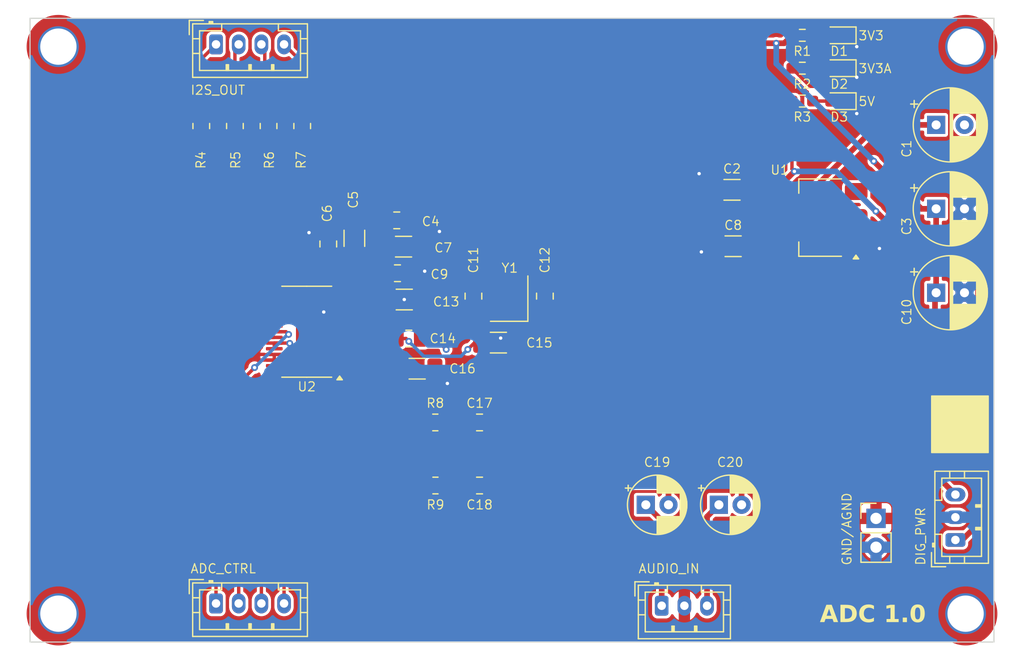
<source format=kicad_pcb>
(kicad_pcb (version 20240108) (generator "pcbnew") (generator_version "8.0")
  (layers (0 "F.Cu" signal) (31 "B.Cu" signal) (34 "B.Paste" user) (35 "F.Paste" user) (36 "B.SilkS" user "B.Silkscreen") (37 "F.SilkS" user "F.Silkscreen") (38 "B.Mask" user) (39 "F.Mask" user) (44 "Edge.Cuts" user))
  (net 0 "")
  (net 1 "GND")
  (net 2 "AGND")
  (net 3 "3V3")
  (net 4 "RIGHT_IN")
  (net 5 "LEFT_IN")
  (net 6 "5V")
  (net 7 "I2S_DATA_OUT")
  (net 8 "I2S_MCLK_OUT")
  (net 9 "I2S_BCLK_OUT")
  (net 10 "SDA")
  (net 11 "SCL")
  (net 12 "3V3A")
  (net 14 "Net-(U2-DOUT)")
  (net 15 "LDO")
  (net 16 "VREF")
  (net 17 "INT")
  (net 18 "Net-(U2-VINL1)")
  (net 19 "Net-(C19-Pad2)")
  (net 20 "I2S_LRCLK_OUT")
  (net 21 "Net-(D1-A)")
  (net 22 "Net-(U2-MOSI{slash}GPIO0{slash}DMIN2)")
  (net 23 "Net-(U2-VINR1)")
  (net 24 "Net-(C20-Pad2)")
  (net 25 "ADC_INT")
  (net 26 "ADC_GPIO1")
  (net 27 "XI")
  (net 28 "XO")
  (net 29 "Net-(U2-LRCLK)")
  (net 30 "Net-(U2-BCLK)")
  (net 31 "GNDA")
  (net 32 "Net-(D2-A)")
  (net 33 "Net-(D3-A)")
  (footprint "Connector_PinHeader_2.54mm:PinHeader_1x02_P2.54mm_Vertical" (layer "F.Cu") (at 161.0364 105.265)
    (property "Reference" "J2" (hide yes))
    (property "Value" "Conn_01x02_Male")
    (pad "1" thru_hole rect (at 0 0) (size 1.7 1.7) (drill 1) (layers "*.Cu" "*.Mask") (net 2 "AGND"))
    (pad "2" thru_hole oval (at 0 2.54) (size 1.7 1.7) (drill 1) (layers "*.Cu" "*.Mask") (net 1 "GND"))
  )
  (footprint "Connector_JST:JST_PH_B3B-PH-K_1x03_P2.00mm_Vertical" (layer "F.Cu") (at 142.1364 112.965)
    (property "Reference" "J5" (hide yes))
    (property "Value" "Conn_01x03_Pin")
    (pad "1" thru_hole roundrect (at 0 0) (size 1.2 1.75) (drill 0.75) (layers "*.Cu" "*.Mask") (roundrect_rratio 0.208333) (net 5 "LEFT_IN"))
    (pad "2" thru_hole oval (at 2 0) (size 1.2 1.75) (drill 0.75) (layers "*.Cu" "*.Mask") (net 2 "AGND"))
    (pad "3" thru_hole oval (at 4 0) (size 1.2 1.75) (drill 0.75) (layers "*.Cu" "*.Mask") (net 4 "RIGHT_IN"))
  )
  (footprint "Capacitor_SMD:C_1206_3216Metric_Pad1.33x1.80mm_HandSolder" (layer "F.Cu") (at 119.3739 81.3025)
    (property "Reference" "C7" (at 3.5 0.1 0) (layer "F.SilkS") (effects (font (size 0.8 0.8) (thickness 0.1))))
    (property "Value" "10u")
    (pad "1" smd roundrect (at -1.5625 0) (size 1.325 1.8) (layers "F.Cu" "F.Paste" "F.Mask") (roundrect_rratio 0.188679) (net 3 "3V3"))
    (pad "2" smd roundrect (at 1.5625 0) (size 1.325 1.8) (layers "F.Cu" "F.Paste" "F.Mask") (roundrect_rratio 0.188679) (net 1 "GND"))
  )
  (footprint "MountingHole:MountingHole_3.2mm_M3_DIN965_Pad_TopOnly" (layer "F.Cu") (at 168.9364 113.665)
    (property "Reference" "H4" (hide yes))
    (property "Value" "MountingHole")
    (pad "1" thru_hole circle (at 0 0) (size 3.6 3.6) (drill 3.2) (layers "*.Cu" "*.Mask"))
    (pad "1" connect circle (at 0 0) (size 5.6 5.6) (layers "F.Cu" "F.Mask"))
  )
  (footprint "Resistor_SMD:R_0603_1608Metric_Pad0.98x0.95mm_HandSolder" (layer "F.Cu") (at 154.5364 65.565 180)
    (property "Reference" "R2" (at 0 -1.4 0) (layer "F.SilkS") (effects (font (size 0.8 0.8) (thickness 0.1))))
    (property "Value" "650R")
    (pad "1" smd roundrect (at -0.9125 0 180) (size 0.975 0.95) (layers "F.Cu" "F.Paste" "F.Mask") (net 32 "Net-(D2-A)"))
    (pad "2" smd roundrect (at 0.9125 0 180) (size 0.975 0.95) (layers "F.Cu" "F.Paste" "F.Mask") (net 12 "3V3A"))
  )
  (footprint "Package_TO_SOT_SMD:SOT-223-3_TabPin2" (layer "F.Cu") (at 156.1364 78.74 180)
    (property "Reference" "U1" (at 3.6 4.2 0) (layer "F.SilkS") (effects (font (size 0.8 0.8) (thickness 0.1))))
    (property "Value" "ZLDO1117QG33TA")
    (pad "1" smd roundrect (at -3.15 -2.3 180) (size 2 1.5) (layers "F.Cu" "F.Paste" "F.Mask") (net 1 "GND"))
    (pad "2" smd roundrect (at -3.15 0 180) (size 2 1.5) (layers "F.Cu" "F.Paste" "F.Mask") (net 12 "3V3A"))
    (pad "2" smd roundrect (at 3.15 0 180) (size 2 3.8) (layers "F.Cu" "F.Paste" "F.Mask") (net 12 "3V3A"))
    (pad "3" smd roundrect (at -3.15 2.3 180) (size 2 1.5) (layers "F.Cu" "F.Paste" "F.Mask") (net 6 "5V"))
  )
  (footprint "Capacitor_THT:CP_Radial_D5.0mm_P2.00mm" (layer "F.Cu") (at 147.181288 104.065)
    (property "Reference" "C20" (at 1 -3.75 0) (layer "F.SilkS") (effects (font (size 0.8 0.8) (thickness 0.1))))
    (property "Value" "10u NICHICON 25V")
    (pad "1" thru_hole rect (at 0 0) (size 1.6 1.6) (drill 0.8) (layers "*.Cu" "*.Mask") (net 4 "RIGHT_IN"))
    (pad "2" thru_hole circle (at 2 0) (size 1.6 1.6) (drill 0.8) (layers "*.Cu" "*.Mask") (net 24 "Net-(C20-Pad2)"))
  )
  (footprint "Resistor_SMD:R_0603_1608Metric_Pad0.98x0.95mm_HandSolder" (layer "F.Cu") (at 154.5364 62.665 180)
    (property "Reference" "R1" (at 0 -1.4 0) (layer "F.SilkS") (effects (font (size 0.8 0.8) (thickness 0.1))))
    (property "Value" "150R")
    (pad "1" smd roundrect (at -0.9125 0 180) (size 0.975 0.95) (layers "F.Cu" "F.Paste" "F.Mask") (net 21 "Net-(D1-A)"))
    (pad "2" smd roundrect (at 0.9125 0 180) (size 0.975 0.95) (layers "F.Cu" "F.Paste" "F.Mask") (net 3 "3V3"))
  )
  (footprint "Capacitor_SMD:C_0805_2012Metric_Pad1.18x1.45mm_HandSolder" (layer "F.Cu") (at 126.0739 96.8025)
    (property "Reference" "C17" (at 0 -1.7 0) (layer "F.SilkS") (effects (font (size 0.8 0.8) (thickness 0.1))))
    (property "Value" "10n C0G")
    (pad "1" smd roundrect (at -1.0375 0) (size 1.175 1.45) (layers "F.Cu" "F.Paste" "F.Mask") (roundrect_rratio 0.212766) (net 23 "Net-(U2-VINR1)"))
    (pad "2" smd roundrect (at 1.0375 0) (size 1.175 1.45) (layers "F.Cu" "F.Paste" "F.Mask") (roundrect_rratio 0.212766) (net 2 "AGND"))
  )
  (footprint "Capacitor_SMD:C_1206_3216Metric_Pad1.33x1.80mm_HandSolder" (layer "F.Cu") (at 115.0364 80.565 90)
    (property "Reference" "C5" (at 3.4 -0.1 90) (layer "F.SilkS") (effects (font (size 0.8 0.8) (thickness 0.1))))
    (property "Value" "10u")
    (pad "1" smd roundrect (at -1.5625 0 90) (size 1.325 1.8) (layers "F.Cu" "F.Paste" "F.Mask") (roundrect_rratio 0.188679) (net 3 "3V3"))
    (pad "2" smd roundrect (at 1.5625 0 90) (size 1.325 1.8) (layers "F.Cu" "F.Paste" "F.Mask") (roundrect_rratio 0.188679) (net 1 "GND"))
  )
  (footprint "Capacitor_SMD:C_1206_3216Metric_Pad1.33x1.80mm_HandSolder" (layer "F.Cu") (at 127.7364 89.765)
    (property "Reference" "C15" (at 3.613006 0.021266 0) (layer "F.SilkS") (effects (font (size 0.8 0.8) (thickness 0.1))))
    (property "Value" "10u")
    (pad "1" smd roundrect (at -1.5625 0) (size 1.325 1.8) (layers "F.Cu" "F.Paste" "F.Mask") (roundrect_rratio 0.188679) (net 12 "3V3A"))
    (pad "2" smd roundrect (at 1.5625 0) (size 1.325 1.8) (layers "F.Cu" "F.Paste" "F.Mask") (roundrect_rratio 0.188679) (net 1 "GND"))
  )
  (footprint "Resistor_SMD:R_0805_2012Metric_Pad1.20x1.40mm_HandSolder" (layer "F.Cu") (at 104.503066 70.665 90)
    (property "Reference" "R5" (at -3 0.066668 90) (layer "F.SilkS") (effects (font (size 0.8 0.8) (thickness 0.1))))
    (property "Value" "22R")
    (pad "1" smd roundrect (at -1 0 90) (size 1.2 1.4) (layers "F.Cu" "F.Paste" "F.Mask") (roundrect_rratio 0.208333) (net 30 "Net-(U2-BCLK)"))
    (pad "2" smd roundrect (at 1 0 90) (size 1.2 1.4) (layers "F.Cu" "F.Paste" "F.Mask") (roundrect_rratio 0.208333) (net 9 "I2S_BCLK_OUT"))
  )
  (footprint "Capacitor_SMD:C_0805_2012Metric_Pad1.18x1.45mm_HandSolder" (layer "F.Cu") (at 131.8364 85.665 90)
    (property "Reference" "C12" (at 3.18 0 90) (layer "F.SilkS") (effects (font (size 0.8 0.8) (thickness 0.1))))
    (property "Value" "12n C0G")
    (pad "1" smd roundrect (at -1.0375 0 90) (size 1.175 1.45) (layers "F.Cu" "F.Paste" "F.Mask") (roundrect_rratio 0.212766) (net 28 "XO"))
    (pad "2" smd roundrect (at 1.0375 0 90) (size 1.175 1.45) (layers "F.Cu" "F.Paste" "F.Mask") (roundrect_rratio 0.212766) (net 2 "AGND"))
  )
  (footprint "Connector_JST:JST_PH_B3B-PH-K_1x03_P2.00mm_Vertical" (layer "F.Cu") (at 168.0364 107.165 90)
    (property "Reference" "J3" (hide yes))
    (property "Value" "Conn_01x03_Pin")
    (pad "1" thru_hole roundrect (at 0 0 90) (size 1.2 1.75) (drill 0.75) (layers "*.Cu" "*.Mask") (roundrect_rratio 0.208333) (net 3 "3V3"))
    (pad "2" thru_hole oval (at 2 0 90) (size 1.2 1.75) (drill 0.75) (layers "*.Cu" "*.Mask") (net 1 "GND"))
    (pad "3" thru_hole oval (at 4 0 90) (size 1.2 1.75) (drill 0.75) (layers "*.Cu" "*.Mask") (net 6 "5V"))
  )
  (footprint "Capacitor_SMD:C_0805_2012Metric_Pad1.18x1.45mm_HandSolder" (layer "F.Cu") (at 125.5364 85.665 90)
    (property "Reference" "C11" (at 3.18 0 90) (layer "F.SilkS") (effects (font (size 0.8 0.8) (thickness 0.1))))
    (property "Value" "12n C0G")
    (pad "1" smd roundrect (at -1.0375 0 90) (size 1.175 1.45) (layers "F.Cu" "F.Paste" "F.Mask") (roundrect_rratio 0.212766) (net 27 "XI"))
    (pad "2" smd roundrect (at 1.0375 0 90) (size 1.175 1.45) (layers "F.Cu" "F.Paste" "F.Mask") (roundrect_rratio 0.212766) (net 2 "AGND"))
  )
  (footprint "Capacitor_THT:CP_Radial_D6.3mm_P2.50mm" (layer "F.Cu") (at 166.3364 77.965)
    (property "Reference" "C3" (at -2.59525 1.55 90) (layer "F.SilkS") (effects (font (size 0.8 0.8) (thickness 0.1))))
    (property "Value" "470u")
    (pad "1" thru_hole rect (at 0 0) (size 1.6 1.6) (drill 0.8) (layers "*.Cu" "*.Mask") (net 3 "3V3"))
    (pad "2" thru_hole circle (at 2.5 0) (size 1.6 1.6) (drill 0.8) (layers "*.Cu" "*.Mask") (net 1 "GND"))
  )
  (footprint "MountingHole:MountingHole_3.2mm_M3_DIN965_Pad_TopOnly" (layer "F.Cu") (at 88.9364 63.665)
    (property "Reference" "H1" (hide yes))
    (property "Value" "MountingHole")
    (pad "1" thru_hole circle (at 0 0) (size 3.6 3.6) (drill 3.2) (layers "*.Cu" "*.Mask"))
    (pad "1" connect circle (at 0 0) (size 5.6 5.6) (layers "F.Cu" "F.Mask"))
  )
  (footprint "Connector_JST:JST_PH_B4B-PH-K_1x04_P2.00mm_Vertical" (layer "F.Cu") (at 102.8364 63.465)
    (property "Reference" "J1" (hide yes))
    (property "Value" "Conn_01x04_Pin")
    (pad "1" thru_hole roundrect (at 0 0) (size 1.2 1.75) (drill 0.75) (layers "*.Cu" "*.Mask") (roundrect_rratio 0.208333) (net 8 "I2S_MCLK_OUT"))
    (pad "2" thru_hole oval (at 2 0) (size 1.2 1.75) (drill 0.75) (layers "*.Cu" "*.Mask") (net 9 "I2S_BCLK_OUT"))
    (pad "3" thru_hole oval (at 4 0) (size 1.2 1.75) (drill 0.75) (layers "*.Cu" "*.Mask") (net 20 "I2S_LRCLK_OUT"))
    (pad "4" thru_hole oval (at 6 0) (size 1.2 1.75) (drill 0.75) (layers "*.Cu" "*.Mask") (net 7 "I2S_DATA_OUT"))
  )
  (footprint "Resistor_SMD:R_0805_2012Metric_Pad1.20x1.40mm_HandSolder" (layer "F.Cu") (at 101.5364 70.665 90)
    (property "Reference" "R4" (at -3 -0.033332 90) (layer "F.SilkS") (effects (font (size 0.8 0.8) (thickness 0.1))))
    (property "Value" "22R")
    (pad "1" smd roundrect (at -1 0 90) (size 1.2 1.4) (layers "F.Cu" "F.Paste" "F.Mask") (roundrect_rratio 0.208333) (net 22 "Net-(U2-MOSI{slash}GPIO0{slash}DMIN2)"))
    (pad "2" smd roundrect (at 1 0 90) (size 1.2 1.4) (layers "F.Cu" "F.Paste" "F.Mask") (roundrect_rratio 0.208333) (net 8 "I2S_MCLK_OUT"))
  )
  (footprint "Capacitor_SMD:C_0805_2012Metric_Pad1.18x1.45mm_HandSolder" (layer "F.Cu") (at 112.7364 81.065 90)
    (property "Reference" "C6" (at 2.7 -0.1 90) (layer "F.SilkS") (effects (font (size 0.8 0.8) (thickness 0.1))))
    (property "Value" "0.1u")
    (pad "1" smd roundrect (at -1.0375 0 90) (size 1.175 1.45) (layers "F.Cu" "F.Paste" "F.Mask") (roundrect_rratio 0.212766) (net 3 "3V3"))
    (pad "2" smd roundrect (at 1.0375 0 90) (size 1.175 1.45) (layers "F.Cu" "F.Paste" "F.Mask") (roundrect_rratio 0.212766) (net 1 "GND"))
  )
  (footprint "Resistor_SMD:R_0805_2012Metric_Pad1.20x1.40mm_HandSolder" (layer "F.Cu") (at 122.1864 102.365)
    (property "Reference" "R9" (at 0 1.7 0) (layer "F.SilkS") (effects (font (size 0.8 0.8) (thickness 0.1))))
    (property "Value" "100R")
    (pad "1" smd roundrect (at -1 0) (size 1.2 1.4) (layers "F.Cu" "F.Paste" "F.Mask") (roundrect_rratio 0.208333) (net 19 "Net-(C19-Pad2)"))
    (pad "2" smd roundrect (at 1 0) (size 1.2 1.4) (layers "F.Cu" "F.Paste" "F.Mask") (roundrect_rratio 0.208333) (net 18 "Net-(U2-VINL1)"))
  )
  (footprint "Capacitor_SMD:C_1206_3216Metric_Pad1.33x1.80mm_HandSolder" (layer "F.Cu") (at 119.4364 85.965)
    (property "Reference" "C13" (at 3.7 0.2 0) (layer "F.SilkS") (effects (font (size 0.8 0.8) (thickness 0.1))))
    (property "Value" "10u")
    (pad "1" smd roundrect (at -1.5625 0) (size 1.325 1.8) (layers "F.Cu" "F.Paste" "F.Mask") (roundrect_rratio 0.188679) (net 15 "LDO"))
    (pad "2" smd roundrect (at 1.5625 0) (size 1.325 1.8) (layers "F.Cu" "F.Paste" "F.Mask") (roundrect_rratio 0.188679) (net 1 "GND"))
  )
  (footprint "Capacitor_SMD:C_1206_3216Metric_Pad1.33x1.80mm_HandSolder" (layer "F.Cu") (at 148.3364 76.29)
    (property "Reference" "C2" (at 0 -1.85 0) (layer "F.SilkS") (effects (font (size 0.8 0.8) (thickness 0.1))))
    (property "Value" "10u")
    (pad "1" smd roundrect (at -1.5625 0) (size 1.325 1.8) (layers "F.Cu" "F.Paste" "F.Mask") (roundrect_rratio 0.188679) (net 1 "GND"))
    (pad "2" smd roundrect (at 1.5625 0) (size 1.325 1.8) (layers "F.Cu" "F.Paste" "F.Mask") (roundrect_rratio 0.188679) (net 6 "5V"))
  )
  (footprint "Capacitor_SMD:C_1206_3216Metric_Pad1.33x1.80mm_HandSolder" (layer "F.Cu") (at 148.4364 81.265)
    (property "Reference" "C8" (at 0 -1.85 0) (layer "F.SilkS") (effects (font (size 0.8 0.8) (thickness 0.1))))
    (property "Value" "10u")
    (pad "1" smd roundrect (at -1.5625 0) (size 1.325 1.8) (layers "F.Cu" "F.Paste" "F.Mask") (roundrect_rratio 0.188679) (net 1 "GND"))
    (pad "2" smd roundrect (at 1.5625 0) (size 1.325 1.8) (layers "F.Cu" "F.Paste" "F.Mask") (roundrect_rratio 0.188679) (net 12 "3V3A"))
  )
  (footprint "Crystal:Crystal_SMD_3225-4Pin_3.2x2.5mm" (layer "F.Cu") (at 128.6864 85.885 90)
    (property "Reference" "Y1" (at 2.7 0.05 0) (layer "F.SilkS") (effects (font (size 0.8 0.8) (thickness 0.1))))
    (property "Value" "24.576 MHz")
    (pad "1" smd rect (at -1.1 0.85 90) (size 1.4 1.2) (layers "F.Cu" "F.Paste" "F.Mask") (net 28 "XO"))
    (pad "2" smd rect (at 1.1 0.85 90) (size 1.4 1.2) (layers "F.Cu" "F.Paste" "F.Mask") (net 2 "AGND"))
    (pad "3" smd rect (at 1.1 -0.85 90) (size 1.4 1.2) (layers "F.Cu" "F.Paste" "F.Mask") (net 27 "XI"))
    (pad "4" smd rect (at -1.1 -0.85 90) (size 1.4 1.2) (layers "F.Cu" "F.Paste" "F.Mask") (net 2 "AGND"))
  )
  (footprint "LED_SMD:LED_0603_1608Metric" (layer "F.Cu") (at 157.789692 62.665 180)
    (property "Reference" "D1" (at 0 -1.4 0) (layer "F.SilkS") (effects (font (size 0.8 0.8) (thickness 0.1))))
    (property "Value" "BLUE")
    (pad "1" smd roundrect (at -0.7875 0 180) (size 0.875 0.95) (layers "F.Cu" "F.Paste" "F.Mask") (net 1 "GND"))
    (pad "2" smd roundrect (at 0.7875 0 180) (size 0.875 0.95) (layers "F.Cu" "F.Paste" "F.Mask") (net 21 "Net-(D1-A)"))
  )
  (footprint "Resistor_SMD:R_0805_2012Metric_Pad1.20x1.40mm_HandSolder" (layer "F.Cu") (at 107.469732 70.665 90)
    (property "Reference" "R6" (at -3 0.066668 90) (layer "F.SilkS") (effects (font (size 0.8 0.8) (thickness 0.1))))
    (property "Value" "22R")
    (pad "1" smd roundrect (at -1 0 90) (size 1.2 1.4) (layers "F.Cu" "F.Paste" "F.Mask") (roundrect_rratio 0.208333) (net 29 "Net-(U2-LRCLK)"))
    (pad "2" smd roundrect (at 1 0 90) (size 1.2 1.4) (layers "F.Cu" "F.Paste" "F.Mask") (roundrect_rratio 0.208333) (net 20 "I2S_LRCLK_OUT"))
  )
  (footprint "Capacitor_SMD:C_1206_3216Metric_Pad1.33x1.80mm_HandSolder" (layer "F.Cu") (at 120.5739 92.065)
    (property "Reference" "C16" (at 4 0 0) (layer "F.SilkS") (effects (font (size 0.8 0.8) (thickness 0.1))))
    (property "Value" "1u")
    (pad "1" smd roundrect (at -1.5625 0) (size 1.325 1.8) (layers "F.Cu" "F.Paste" "F.Mask") (roundrect_rratio 0.188679) (net 16 "VREF"))
    (pad "2" smd roundrect (at 1.5625 0) (size 1.325 1.8) (layers "F.Cu" "F.Paste" "F.Mask") (roundrect_rratio 0.188679) (net 1 "GND"))
  )
  (footprint "Capacitor_THT:CP_Radial_D6.3mm_P2.50mm" (layer "F.Cu") (at 166.3364 70.565)
    (property "Reference" "C1" (at -2.59525 2.1 90) (layer "F.SilkS") (effects (font (size 0.8 0.8) (thickness 0.1))))
    (property "Value" "470u")
    (pad "1" thru_hole rect (at 0 0) (size 1.6 1.6) (drill 0.8) (layers "*.Cu" "*.Mask") (net 12 "3V3A"))
    (pad "2" thru_hole circle (at 2.5 0) (size 1.6 1.6) (drill 0.8) (layers "*.Cu" "*.Mask") (net 31 "GNDA"))
  )
  (footprint "LED_SMD:LED_0603_1608Metric" (layer "F.Cu") (at 157.789692 65.565 180)
    (property "Reference" "D2" (at 0 -1.4 0) (layer "F.SilkS") (effects (font (size 0.8 0.8) (thickness 0.1))))
    (property "Value" "YELLOW")
    (pad "1" smd roundrect (at -0.7875 0 180) (size 0.875 0.95) (layers "F.Cu" "F.Paste" "F.Mask") (net 1 "GND"))
    (pad "2" smd roundrect (at 0.7875 0 180) (size 0.875 0.95) (layers "F.Cu" "F.Paste" "F.Mask") (net 32 "Net-(D2-A)"))
  )
  (footprint "LED_SMD:LED_0603_1608Metric" (layer "F.Cu") (at 157.789692 68.475 180)
    (property "Reference" "D3" (at 0 -1.39 0) (layer "F.SilkS") (effects (font (size 0.8 0.8) (thickness 0.1))))
    (property "Value" "BLUE")
    (pad "1" smd roundrect (at -0.7875 0 180) (size 0.875 0.95) (layers "F.Cu" "F.Paste" "F.Mask") (net 1 "GND"))
    (pad "2" smd roundrect (at 0.7875 0 180) (size 0.875 0.95) (layers "F.Cu" "F.Paste" "F.Mask") (net 33 "Net-(D3-A)"))
  )
  (footprint "Resistor_SMD:R_0603_1608Metric_Pad0.98x0.95mm_HandSolder" (layer "F.Cu") (at 154.5364 68.465 180)
    (property "Reference" "R3" (at 0 -1.4 0) (layer "F.SilkS") (effects (font (size 0.8 0.8) (thickness 0.1))))
    (property "Value" "1.3K")
    (pad "1" smd roundrect (at -0.9125 0 180) (size 0.975 0.95) (layers "F.Cu" "F.Paste" "F.Mask") (net 33 "Net-(D3-A)"))
    (pad "2" smd roundrect (at 0.9125 0 180) (size 0.975 0.95) (layers "F.Cu" "F.Paste" "F.Mask") (net 6 "5V"))
  )
  (footprint "Resistor_SMD:R_0805_2012Metric_Pad1.20x1.40mm_HandSolder" (layer "F.Cu") (at 122.1739 96.8025)
    (property "Reference" "R8" (at 0 -1.7 0) (layer "F.SilkS") (effects (font (size 0.8 0.8) (thickness 0.1))))
    (property "Value" "100R")
    (pad "1" smd roundrect (at -1 0) (size 1.2 1.4) (layers "F.Cu" "F.Paste" "F.Mask") (roundrect_rratio 0.208333) (net 24 "Net-(C20-Pad2)"))
    (pad "2" smd roundrect (at 1 0) (size 1.2 1.4) (layers "F.Cu" "F.Paste" "F.Mask") (roundrect_rratio 0.208333) (net 23 "Net-(U2-VINR1)"))
  )
  (footprint "Capacitor_SMD:C_0805_2012Metric_Pad1.18x1.45mm_HandSolder" (layer "F.Cu") (at 118.8364 83.645)
    (property "Reference" "C9" (at 3.7 0.1 0) (layer "F.SilkS") (effects (font (size 0.8 0.8) (thickness 0.1))))
    (property "Value" "0.1u")
    (pad "1" smd roundrect (at -1.0375 0) (size 1.175 1.45) (layers "F.Cu" "F.Paste" "F.Mask") (roundrect_rratio 0.212766) (net 15 "LDO"))
    (pad "2" smd roundrect (at 1.0375 0) (size 1.175 1.45) (layers "F.Cu" "F.Paste" "F.Mask") (roundrect_rratio 0.212766) (net 1 "GND"))
  )
  (footprint "MountingHole:MountingHole_3.2mm_M3_DIN965_Pad_TopOnly" (layer "F.Cu") (at 88.9364 113.665)
    (property "Reference" "H3" (hide yes))
    (property "Value" "MountingHole")
    (pad "1" thru_hole circle (at 0 0) (size 3.6 3.6) (drill 3.2) (layers "*.Cu" "*.Mask"))
    (pad "1" connect circle (at 0 0) (size 5.6 5.6) (layers "F.Cu" "F.Mask"))
  )
  (footprint "Capacitor_SMD:C_0805_2012Metric_Pad1.18x1.45mm_HandSolder" (layer "F.Cu") (at 126.0739 102.365 180)
    (property "Reference" "C18" (at 0 -1.7 0) (layer "F.SilkS") (effects (font (size 0.8 0.8) (thickness 0.1))))
    (property "Value" "10n C0G")
    (pad "1" smd roundrect (at -1.0375 0 180) (size 1.175 1.45) (layers "F.Cu" "F.Paste" "F.Mask") (roundrect_rratio 0.212766) (net 2 "AGND"))
    (pad "2" smd roundrect (at 1.0375 0 180) (size 1.175 1.45) (layers "F.Cu" "F.Paste" "F.Mask") (roundrect_rratio 0.212766) (net 18 "Net-(U2-VINL1)"))
  )
  (footprint "MountingHole:MountingHole_3.2mm_M3_DIN965_Pad_TopOnly" (layer "F.Cu") (at 168.9364 63.665)
    (property "Reference" "H2" (hide yes))
    (property "Value" "MountingHole")
    (pad "1" thru_hole circle (at 0 0) (size 3.6 3.6) (drill 3.2) (layers "*.Cu" "*.Mask"))
    (pad "1" connect circle (at 0 0) (size 5.6 5.6) (layers "F.Cu" "F.Mask"))
  )
  (footprint "Connector_JST:JST_PH_B4B-PH-K_1x04_P2.00mm_Vertical" (layer "F.Cu") (at 102.8364 112.765)
    (property "Reference" "J4" (hide yes))
    (property "Value" "Conn_01x04_Pin")
    (pad "1" thru_hole roundrect (at 0 0) (size 1.2 1.75) (drill 0.75) (layers "*.Cu" "*.Mask") (roundrect_rratio 0.208333) (net 11 "SCL"))
    (pad "2" thru_hole oval (at 2 0) (size 1.2 1.75) (drill 0.75) (layers "*.Cu" "*.Mask") (net 10 "SDA"))
    (pad "3" thru_hole oval (at 4 0) (size 1.2 1.75) (drill 0.75) (layers "*.Cu" "*.Mask") (net 26 "ADC_GPIO1"))
    (pad "4" thru_hole oval (at 6 0) (size 1.2 1.75) (drill 0.75) (layers "*.Cu" "*.Mask") (net 25 "ADC_INT"))
  )
  (footprint "Package_SO:TSSOP-30_4.4x7.8mm_P0.5mm" (layer "F.Cu") (at 110.8364 88.8025 180)
    (property "Reference" "U2" (at 0 -4.85 0) (layer "F.SilkS") (effects (font (size 0.8 0.8) (thickness 0.1))))
    (property "Value" "PCM1863")
    (pad "1" smd roundrect (at -2.8625 -3.5 180) (size 1.475 0.3) (layers "F.Cu" "F.Paste" "F.Mask") (net 2 "AGND"))
    (pad "2" smd roundrect (at -2.8625 -3 180) (size 1.475 0.3) (layers "F.Cu" "F.Paste" "F.Mask") (net 2 "AGND"))
    (pad "3" smd roundrect (at -2.8625 -2.5 180) (size 1.475 0.3) (layers "F.Cu" "F.Paste" "F.Mask") (net 18 "Net-(U2-VINL1)"))
    (pad "4" smd roundrect (at -2.8625 -2 180) (size 1.475 0.3) (layers "F.Cu" "F.Paste" "F.Mask") (net 23 "Net-(U2-VINR1)"))
    (pad "5" smd roundrect (at -2.8625 -1.5 180) (size 1.475 0.3) (layers "F.Cu" "F.Paste" "F.Mask"))
    (pad "6" smd roundrect (at -2.8625 -1 180) (size 1.475 0.3) (layers "F.Cu" "F.Paste" "F.Mask") (net 16 "VREF"))
    (pad "7" smd roundrect (at -2.8625 -0.5 180) (size 1.475 0.3) (layers "F.Cu" "F.Paste" "F.Mask") (net 2 "AGND"))
    (pad "8" smd roundrect (at -2.8625 0 180) (size 1.475 0.3) (layers "F.Cu" "F.Paste" "F.Mask") (net 12 "3V3A"))
    (pad "9" smd roundrect (at -2.8625 0.5 180) (size 1.475 0.3) (layers "F.Cu" "F.Paste" "F.Mask") (net 28 "XO"))
    (pad "10" smd roundrect (at -2.8625 1 180) (size 1.475 0.3) (layers "F.Cu" "F.Paste" "F.Mask") (net 27 "XI"))
    (pad "11" smd roundrect (at -2.8625 1.5 180) (size 1.475 0.3) (layers "F.Cu" "F.Paste" "F.Mask") (net 15 "LDO"))
    (pad "12" smd roundrect (at -2.8625 2 180) (size 1.475 0.3) (layers "F.Cu" "F.Paste" "F.Mask") (net 1 "GND"))
    (pad "13" smd roundrect (at -2.8625 2.5 180) (size 1.475 0.3) (layers "F.Cu" "F.Paste" "F.Mask") (net 3 "3V3"))
    (pad "14" smd roundrect (at -2.8625 3 180) (size 1.475 0.3) (layers "F.Cu" "F.Paste" "F.Mask") (net 3 "3V3"))
    (pad "15" smd roundrect (at -2.8625 3.5 180) (size 1.475 0.3) (layers "F.Cu" "F.Paste" "F.Mask"))
    (pad "16" smd roundrect (at 2.8625 3.5 180) (size 1.475 0.3) (layers "F.Cu" "F.Paste" "F.Mask") (net 29 "Net-(U2-LRCLK)"))
    (pad "17" smd roundrect (at 2.8625 3 180) (size 1.475 0.3) (layers "F.Cu" "F.Paste" "F.Mask") (net 30 "Net-(U2-BCLK)"))
    (pad "18" smd roundrect (at 2.8625 2.5 180) (size 1.475 0.3) (layers "F.Cu" "F.Paste" "F.Mask") (net 14 "Net-(U2-DOUT)"))
    (pad "19" smd roundrect (at 2.8625 2 180) (size 1.475 0.3) (layers "F.Cu" "F.Paste" "F.Mask") (net 17 "INT"))
    (pad "20" smd roundrect (at 2.8625 1.5 180) (size 1.475 0.3) (layers "F.Cu" "F.Paste" "F.Mask") (net 25 "ADC_INT"))
    (pad "21" smd roundrect (at 2.8625 1 180) (size 1.475 0.3) (layers "F.Cu" "F.Paste" "F.Mask") (net 26 "ADC_GPIO1"))
    (pad "22" smd roundrect (at 2.8625 0.5 180) (size 1.475 0.3) (layers "F.Cu" "F.Paste" "F.Mask") (net 22 "Net-(U2-MOSI{slash}GPIO0{slash}DMIN2)"))
    (pad "23" smd roundrect (at 2.8625 0 180) (size 1.475 0.3) (layers "F.Cu" "F.Paste" "F.Mask") (net 10 "SDA"))
    (pad "24" smd roundrect (at 2.8625 -0.5 180) (size 1.475 0.3) (layers "F.Cu" "F.Paste" "F.Mask") (net 11 "SCL"))
    (pad "25" smd roundrect (at 2.8625 -1 180) (size 1.475 0.3) (layers "F.Cu" "F.Paste" "F.Mask") (net 1 "GND"))
    (pad "26" smd roundrect (at 2.8625 -1.5 180) (size 1.475 0.3) (layers "F.Cu" "F.Paste" "F.Mask") (net 1 "GND"))
    (pad "27" smd roundrect (at 2.8625 -2 180) (size 1.475 0.3) (layers "F.Cu" "F.Paste" "F.Mask") (net 2 "AGND"))
    (pad "28" smd roundrect (at 2.8625 -2.5 180) (size 1.475 0.3) (layers "F.Cu" "F.Paste" "F.Mask") (net 2 "AGND"))
    (pad "29" smd roundrect (at 2.8625 -3 180) (size 1.475 0.3) (layers "F.Cu" "F.Paste" "F.Mask") (net 2 "AGND"))
    (pad "30" smd roundrect (at 2.8625 -3.5 180) (size 1.475 0.3) (layers "F.Cu" "F.Paste" "F.Mask") (net 2 "AGND"))
  )
  (footprint "Resistor_SMD:R_0805_2012Metric_Pad1.20x1.40mm_HandSolder" (layer "F.Cu") (at 110.4364 70.665 90)
    (property "Reference" "R7" (at -3 -0.099999 90) (layer "F.SilkS") (effects (font (size 0.8 0.8) (thickness 0.1))))
    (property "Value" "22R")
    (pad "1" smd roundrect (at -1 0 90) (size 1.2 1.4) (layers "F.Cu" "F.Paste" "F.Mask") (roundrect_rratio 0.208333) (net 14 "Net-(U2-DOUT)"))
    (pad "2" smd roundrect (at 1 0 90) (size 1.2 1.4) (layers "F.Cu" "F.Paste" "F.Mask") (roundrect_rratio 0.208333) (net 7 "I2S_DATA_OUT"))
  )
  (footprint "Capacitor_THT:CP_Radial_D5.0mm_P2.00mm" (layer "F.Cu") (at 140.7364 104.065)
    (property "Reference" "C19" (at 1 -3.75 0) (layer "F.SilkS") (effects (font (size 0.8 0.8) (thickness 0.1))))
    (property "Value" "10u NICHICON 25V")
    (pad "1" thru_hole rect (at 0 0) (size 1.6 1.6) (drill 0.8) (layers "*.Cu" "*.Mask") (net 5 "LEFT_IN"))
    (pad "2" thru_hole circle (at 2 0) (size 1.6 1.6) (drill 0.8) (layers "*.Cu" "*.Mask") (net 19 "Net-(C19-Pad2)"))
  )
  (footprint "Capacitor_SMD:C_0805_2012Metric_Pad1.18x1.45mm_HandSolder" (layer "F.Cu") (at 119.8364 89.4025)
    (property "Reference" "C14" (at 3 0 0) (layer "F.SilkS") (effects (font (size 0.8 0.8) (thickness 0.1))))
    (property "Value" "0.1u")
    (pad "1" smd roundrect (at -1.0375 0) (size 1.175 1.45) (layers "F.Cu" "F.Paste" "F.Mask") (roundrect_rratio 0.212766) (net 12 "3V3A"))
    (pad "2" smd roundrect (at 1.0375 0) (size 1.175 1.45) (layers "F.Cu" "F.Paste" "F.Mask") (roundrect_rratio 0.212766) (net 1 "GND"))
  )
  (footprint "Capacitor_SMD:C_0805_2012Metric_Pad1.18x1.45mm_HandSolder" (layer "F.Cu") (at 118.7739 78.9825)
    (property "Reference" "C4" (at 3 0.1 0) (layer "F.SilkS") (effects (font (size 0.8 0.8) (thickness 0.1))))
    (property "Value" "0.1u")
    (pad "1" smd roundrect (at -1.0375 0) (size 1.175 1.45) (layers "F.Cu" "F.Paste" "F.Mask") (roundrect_rratio 0.212766) (net 3 "3V3"))
    (pad "2" smd roundrect (at 1.0375 0) (size 1.175 1.45) (layers "F.Cu" "F.Paste" "F.Mask") (roundrect_rratio 0.212766) (net 1 "GND"))
  )
  (footprint "Capacitor_THT:CP_Radial_D6.3mm_P2.50mm" (layer "F.Cu") (at 166.3364 85.365)
    (property "Reference" "C10" (at -2.59525 1.7 90) (layer "F.SilkS") (effects (font (size 0.8 0.8) (thickness 0.1))))
    (property "Value" "470u")
    (pad "1" thru_hole rect (at 0 0) (size 1.6 1.6) (drill 0.8) (layers "*.Cu" "*.Mask") (net 6 "5V"))
    (pad "2" thru_hole circle (at 2.5 0) (size 1.6 1.6) (drill 0.8) (layers "*.Cu" "*.Mask") (net 1 "GND"))
  )
  (gr_rect (start 165.9364 94.465) (end 170.9364 99.465) (stroke (width 0.1)) (fill solid) (layer "F.SilkS"))
  (gr_line (start 171.4364 61.165) (end 171.4364 116.165) (stroke (width 0.1)) (layer "Edge.Cuts"))
  (gr_line (start 86.4364 61.165) (end 86.4364 116.165) (stroke (width 0.1)) (layer "Edge.Cuts"))
  (gr_line (start 171.4364 116.165) (end 86.4364 116.165) (stroke (width 0.1)) (layer "Edge.Cuts"))
  (gr_line (start 86.4364 61.165) (end 171.4364 61.165) (stroke (width 0.1)) (layer "Edge.Cuts"))
  (gr_text "AUDIO_IN\n" (at 140.0364 110.165 0) (layer "F.SilkS") (effects (font (size 0.8 0.8) (thickness 0.1)) (justify left bottom)))
  (gr_text "I2S_OUT" (at 100.5364 67.965 0) (layer "F.SilkS") (effects (font (size 0.8 0.8) (thickness 0.1)) (justify left bottom)))
  (gr_text "GND/AGND" (at 158.9364 109.465 90) (layer "F.SilkS") (effects (font (size 0.8 0.8) (thickness 0.1)) (justify left bottom)))
  (gr_text "3V3A\n" (at 159.4364 66.065 0) (layer "F.SilkS") (effects (font (size 0.8 0.8) (thickness 0.1)) (justify left bottom)))
  (gr_text "DIG_PWR" (at 165.4364 109.465 90) (layer "F.SilkS") (effects (font (size 0.8 0.8) (thickness 0.1)) (justify left bottom)))
  (gr_text "5V" (at 159.4364 68.965 0) (layer "F.SilkS") (effects (font (size 0.8 0.8) (thickness 0.1)) (justify left bottom)))
  (gr_text "ADC 1.0" (at 165.4364 114.665 0) (layer "F.SilkS") (effects (font (size 1.5 1.5) (thickness 0.1) (bold yes)) (justify right bottom)))
  (gr_text "ADC_CTRL" (at 100.5364 110.165 0) (layer "F.SilkS") (effects (font (size 0.8 0.8) (thickness 0.1)) (justify left bottom)))
  (gr_text "3V3" (at 159.4364 63.165 0) (layer "F.SilkS") (effects (font (size 0.8 0.8) (thickness 0.1)) (justify left bottom)))
  (segment (start 109.311417 89.8025) (end 109.3364 89.827483) (width 0.3) (layer "F.Cu") (net 1))
  (segment (start 120.4989 84.2025) (end 121.2364 83.465) (width 0.3) (layer "F.Cu") (net 1))
  (segment (start 120.4789 85.965) (end 119.4364 85.965) (width 0.3) (layer "F.Cu") (net 1))
  (segment (start 129.2989 89.765) (end 128.3364 89.765) (width 0.3) (layer "F.Cu") (net 1))
  (segment (start 160.9364 81.065) (end 161.3364 81.465) (width 0.3) (layer "F.Cu") (net 1))
  (segment (start 113.7614 79.0025) (end 112.7364 80.0275) (width 0.3) (layer "F.Cu") (net 1))
  (segment (start 121.1989 81.3025) (end 122.5364 79.965) (width 0.3) (layer "F.Cu") (net 1))
  (segment (start 146.7739 76.2025) (end 145.4364 74.865) (width 0.3) (layer "F.Cu") (net 1))
  (segment (start 107.9739 90.3025) (end 107.9739 89.8025) (width 0.3) (layer "F.Cu") (net 1))
  (segment (start 119.8114 80.1775) (end 120.9364 81.3025) (width 0.3) (layer "F.Cu") (net 1))
  (segment (start 112.7364 80.0275) (end 111.0739 80.0275) (width 0.3) (layer "F.Cu") (net 1))
  (segment (start 146.1364 81.265) (end 145.6364 81.765) (width 0.3) (layer "F.Cu") (net 1))
  (segment (start 112.5989 86.8025) (end 112.3364 87.065) (width 0.3) (layer "F.Cu") (net 1))
  (segment (start 158.577192 68.805792) (end 159.3364 69.565) (width 0.3) (layer "F.Cu") (net 1))
  (segment (start 115.0364 79.0025) (end 113.7614 79.0025) (width 0.3) (layer "F.Cu") (net 1))
  (segment (start 122.6739 89.9025) (end 123.1364 90.365) (width 0.3) (layer "F.Cu") (net 1))
  (segment (start 107.9739 89.8025) (end 109.311417 89.8025) (width 0.3) (layer "F.Cu") (net 1))
  (segment (start 128.3364 89.765) (end 127.9364 89.365) (width 0.3) (layer "F.Cu") (net 1))
  (segment (start 158.577192 65.605792) (end 159.3364 66.365) (width 0.3) (layer "F.Cu") (net 1))
  (segment (start 119.9114 84.2025) (end 120.4989 84.2025) (width 0.3) (layer "F.Cu") (net 1))
  (segment (start 122.1364 92.265) (end 123.2364 93.365) (width 0.3) (layer "F.Cu") (net 1))
  (segment (start 159.2864 81.065) (end 160.9364 81.065) (width 0.3) (layer "F.Cu") (net 1))
  (segment (start 120.8739 89.9025) (end 122.6739 89.9025) (width 0.3) (layer "F.Cu") (net 1))
  (segment (start 113.6989 86.8025) (end 112.5989 86.8025) (width 0.3) (layer "F.Cu") (net 1))
  (segment (start 146.8739 81.265) (end 146.1364 81.265) (width 0.3) (layer "F.Cu") (net 1))
  (segment (start 158.577192 62.905792) (end 159.3364 63.665) (width 0.3) (layer "F.Cu") (net 1))
  (segment (start 158.577192 68.475) (end 158.577192 68.805792) (width 0.3) (layer "F.Cu") (net 1))
  (segment (start 111.0739 80.0275) (end 111.0364 80.065) (width 0.3) (layer "F.Cu") (net 1))
  (segment (start 119.8114 78.9825) (end 119.8114 80.1775) (width 0.3) (layer "F.Cu") (net 1))
  (via (at 119.4364 85.965) (size 0.6) (drill 0.3) (layers "F.Cu" "B.Cu") (net 1))
  (via (at 159.3364 63.665) (size 0.6) (drill 0.3) (layers "F.Cu" "B.Cu") (net 1))
  (via (at 123.2364 93.365) (size 0.6) (drill 0.3) (layers "F.Cu" "B.Cu") (net 1))
  (via (at 121.2364 83.465) (size 0.6) (drill 0.3) (layers "F.Cu" "B.Cu") (net 1))
  (via (at 109.3364 89.827483) (size 0.6) (drill 0.3) (layers "F.Cu" "B.Cu") (net 1))
  (via (at 122.5364 79.965) (size 0.6) (drill 0.3) (layers "F.Cu" "B.Cu") (net 1))
  (via (at 111.0364 80.065) (size 0.6) (drill 0.3) (layers "F.Cu" "B.Cu") (net 1))
  (via (at 123.1364 90.365) (size 0.6) (drill 0.3) (layers "F.Cu" "B.Cu") (net 1))
  (via (at 159.3364 66.365) (size 0.6) (drill 0.3) (layers "F.Cu" "B.Cu") (net 1))
  (via (at 145.6364 81.765) (size 0.6) (drill 0.3) (layers "F.Cu" "B.Cu") (net 1))
  (via (at 127.9364 89.365) (size 0.6) (drill 0.3) (layers "F.Cu" "B.Cu") (net 1))
  (via (at 159.3364 69.565) (size 0.6) (drill 0.3) (layers "F.Cu" "B.Cu") (net 1))
  (via (at 145.4364 74.865) (size 0.6) (drill 0.3) (layers "F.Cu" "B.Cu") (net 1))
  (via (at 112.3364 87.065) (size 0.6) (drill 0.3) (layers "F.Cu" "B.Cu") (net 1))
  (via (at 161.3364 81.465) (size 0.6) (drill 0.3) (layers "F.Cu" "B.Cu") (net 1))
  (segment (start 129.5364 84.885) (end 127.8364 86.585) (width 0.3) (layer "F.Cu") (net 2))
  (segment (start 117.7364 78.9825) (end 117.7364 81.2275) (width 0.3) (layer "F.Cu") (net 3))
  (segment (start 166.3364 77.965) (end 165.0364 77.965) (width 0.5) (layer "F.Cu") (net 3))
  (segment (start 168.6364 107.165) (end 168.0364 107.165) (width 0.5) (layer "F.Cu") (net 3))
  (segment (start 165.0364 77.965) (end 160.8364 73.765) (width 0.5) (layer "F.Cu") (net 3))
  (segment (start 166.3364 79.565) (end 170.0364 83.265) (width 0.5) (layer "F.Cu") (net 3))
  (segment (start 116.9114 82.2025) (end 117.8114 81.3025) (width 0.3) (layer "F.Cu") (net 3))
  (segment (start 115.0364 85.23491) (end 115.0364 82.1275) (width 0.3) (layer "F.Cu") (net 3))
  (segment (start 152.2364 63.365) (end 133.3539 63.365) (width 0.5) (layer "F.Cu") (net 3))
  (segment (start 114.46881 85.8025) (end 115.0364 85.23491) (width 0.3) (layer "F.Cu") (net 3))
  (segment (start 115.0364 81.6825) (end 117.7364 78.9825) (width 0.3) (layer "F.Cu") (net 3))
  (segment (start 152.9364 63.365) (end 153.1364 63.165) (width 0.5) (layer "F.Cu") (net 3))
  (segment (start 170.0364 83.265) (end 170.0364 105.765) (width 0.5) (layer "F.Cu") (net 3))
  (segment (start 113.6989 85.8025) (end 114.46881 85.8025) (width 0.3) (layer "F.Cu") (net 3))
  (segment (start 166.3364 77.965) (end 166.3364 79.565) (width 0.5) (layer "F.Cu") (net 3))
  (segment (start 114.6989 86.3025) (end 116.9114 84.09) (width 0.3) (layer "F.Cu") (net 3))
  (segment (start 133.3539 63.365) (end 117.7364 78.9825) (width 0.5) (layer "F.Cu") (net 3))
  (segment (start 113.8447 82.1275) (end 115.0364 82.1275) (width 0.3) (layer "F.Cu") (net 3))
  (segment (start 116.9114 84.09) (end 116.9114 82.2025) (width 0.3) (layer "F.Cu") (net 3))
  (segment (start 170.0364 105.765) (end 168.6364 107.165) (width 0.5) (layer "F.Cu") (net 3))
  (segment (start 112.7337 82.1623) (end 113.8099 82.1623) (width 0.3) (layer "F.Cu") (net 3))
  (segment (start 113.6989 86.3025) (end 114.6989 86.3025) (width 0.3) (layer "F.Cu") (net 3))
  (segment (start 113.8099 82.1623) (end 113.8447 82.1275) (width 0.3) (layer "F.Cu") (net 3))
  (segment (start 152.2364 63.365) (end 152.9364 63.365) (width 0.5) (layer "F.Cu") (net 3))
  (via (at 160.8364 73.765) (size 0.6) (drill 0.3) (layers "F.Cu" "B.Cu") (net 3))
  (via (at 152.2364 63.365) (size 0.6) (drill 0.3) (layers "F.Cu" "B.Cu") (net 3))
  (segment (start 160.8364 73.765) (end 152.2364 65.165) (width 0.5) (layer "B.Cu") (net 3))
  (segment (start 152.2364 65.165) (end 152.2364 63.365) (width 0.5) (layer "B.Cu") (net 3))
  (segment (start 146.1364 105.109888) (end 147.181288 104.065) (width 0.5) (layer "F.Cu") (net 4))
  (segment (start 146.1364 112.965) (end 146.1364 105.109888) (width 0.5) (layer "F.Cu") (net 4))
  (segment (start 142.1364 105.465) (end 140.7364 104.065) (width 0.5) (layer "F.Cu") (net 5))
  (segment (start 142.1364 112.965) (end 142.1364 105.465) (width 0.5) (layer "F.Cu") (net 5))
  (segment (start 166.2364 101.365) (end 166.2364 85.465) (width 0.5) (layer "F.Cu") (net 6))
  (segment (start 153.6239 68.465) (end 153.6239 74.4525) (width 0.3) (layer "F.Cu") (net 6))
  (segment (start 153.6239 74.4525) (end 153.8364 74.665) (width 0.3) (layer "F.Cu") (net 6))
  (segment (start 149.8989 76.29) (end 152.2114 76.29) (width 0.5) (layer "F.Cu") (net 6))
  (segment (start 161.0239 78.1775) (end 159.2864 76.44) (width 0.5) (layer "F.Cu") (net 6))
  (segment (start 166.2364 85.465) (end 166.3364 85.365) (width 0.5) (layer "F.Cu") (net 6))
  (segment (start 166.3364 85.365) (end 166.3364 83.49) (width 0.5) (layer "F.Cu") (net 6))
  (segment (start 166.3364 83.49) (end 161.0239 78.1775) (width 0.5) (layer "F.Cu") (net 6))
  (segment (start 168.0364 103.165) (end 166.2364 101.365) (width 0.5) (layer "F.Cu") (net 6))
  (segment (start 152.2114 76.29) (end 153.8364 74.665) (width 0.5) (layer "F.Cu") (net 6))
  (via (at 153.8364 74.665) (size 0.6) (drill 0.3) (layers "F.Cu" "B.Cu") (net 6))
  (via (at 161.0239 78.1775) (size 0.6) (drill 0.3) (layers "F.Cu" "B.Cu") (net 6))
  (segment (start 153.8364 74.665) (end 157.5114 74.665) (width 0.5) (layer "B.Cu") (net 6))
  (segment (start 157.5114 74.665) (end 161.0239 78.1775) (width 0.5) (layer "B.Cu") (net 6))
  (segment (start 110.4364 69.665) (end 110.4364 65.065) (width 0.3) (layer "F.Cu") (net 7))
  (segment (start 110.4364 65.065) (end 108.8364 63.465) (width 0.3) (layer "F.Cu") (net 7))
  (segment (start 101.5364 69.665) (end 101.5364 64.765) (width 0.3) (layer "F.Cu") (net 8))
  (segment (start 101.5364 64.765) (end 102.8364 63.465) (width 0.3) (layer "F.Cu") (net 8))
  (segment (start 104.503066 69.665) (end 104.503066 63.798334) (width 0.3) (layer "F.Cu") (net 9))
  (segment (start 104.8364 93.365) (end 106.2364 91.965) (width 0.3) (layer "F.Cu") (net 10))
  (segment (start 104.8364 112.765) (end 104.8364 93.365) (width 0.3) (layer "F.Cu") (net 10))
  (segment (start 107.9739 88.8025) (end 108.998403 88.8025) (width 0.3) (layer "F.Cu") (net 10))
  (segment (start 108.998403 88.8025) (end 109.2364 89.040497) (width 0.3) (layer "F.Cu") (net 10))
  (via (at 106.2364 91.965) (size 0.6) (drill 0.3) (layers "F.Cu" "B.Cu") (net 10))
  (via (at 109.2364 89.040497) (size 0.6) (drill 0.3) (layers "F.Cu" "B.Cu") (net 10))
  (segment (start 106.2364 91.965) (end 109.160903 89.040497) (width 0.3) (layer "B.Cu") (net 10))
  (segment (start 109.160903 89.040497) (end 109.2364 89.040497) (width 0.3) (layer "B.Cu") (net 10))
  (segment (start 107.9739 89.3025) (end 105.9989 89.3025) (width 0.3) (layer "F.Cu") (net 11))
  (segment (start 102.8364 92.465) (end 102.8364 112.765) (width 0.3) (layer "F.Cu") (net 11))
  (segment (start 105.9989 89.3025) (end 102.8364 92.465) (width 0.3) (layer "F.Cu") (net 11))
  (segment (start 155.2239 67.165) (end 158.481878 67.165) (width 0.3) (layer "F.Cu") (net 12))
  (segment (start 149.9989 81.265) (end 139.2989 91.965) (width 0.5) (layer "F.Cu") (net 12))
  (segment (start 118.6614 89.265) (end 114.93131 89.265) (width 0.3) (layer "F.Cu") (net 12))
  (segment (start 159.2864 78.74) (end 152.9864 78.74) (width 0.5) (layer "F.Cu") (net 12))
  (segment (start 114.46881 88.8025) (end 113.6989 88.8025) (width 0.3) (layer "F.Cu") (net 12))
  (segment (start 153.6239 65.565) (end 155.2239 67.165) (width 0.3) (layer "F.Cu") (net 12))
  (segment (start 126.1739 89.765) (end 125.6364 89.765) (width 0.3) (layer "F.Cu") (net 12))
  (segment (start 119.8364 89.649722) (end 119.589178 89.4025) (width 0.3) (layer "F.Cu") (net 12))
  (segment (start 139.2989 91.965) (end 128.3739 91.965) (width 0.5) (layer "F.Cu") (net 12))
  (segment (start 161.1614 70.565) (end 152.9864 78.74) (width 0.5) (layer "F.Cu") (net 12))
  (segment (start 125.6364 89.765) (end 125.0364 90.365) (width 0.3) (layer "F.Cu") (net 12))
  (segment (start 158.481878 67.165) (end 161.1614 69.844522) (width 0.3) (layer "F.Cu") (net 12))
  (segment (start 161.1614 69.844522) (end 161.1614 70.565) (width 0.3) (layer "F.Cu") (net 12))
  (segment (start 150.4614 81.265) (end 152.9864 78.74) (width 0.5) (layer "F.Cu") (net 12))
  (segment (start 119.589178 89.4025) (end 118.7989 89.4025) (width 0.3) (layer "F.Cu") (net 12))
  (segment (start 128.3739 91.965) (end 126.1739 89.765) (width 0.5) (layer "F.Cu") (net 12))
  (segment (start 114.93131 89.265) (end 114.46881 88.8025) (width 0.3) (layer "F.Cu") (net 12))
  (segment (start 149.9989 81.265) (end 150.4614 81.265) (width 0.5) (layer "F.Cu") (net 12))
  (segment (start 166.3364 70.565) (end 161.1614 70.565) (width 0.5) (layer "F.Cu") (net 12))
  (via (at 119.8364 89.649722) (size 0.6) (drill 0.3) (layers "F.Cu" "B.Cu") (net 12))
  (via (at 125.0364 90.365) (size 0.6) (drill 0.3) (layers "F.Cu" "B.Cu") (net 12))
  (segment (start 121.151678 90.965) (end 124.4364 90.965) (width 0.3) (layer "B.Cu") (net 12))
  (segment (start 124.4364 90.965) (end 125.0364 90.365) (width 0.3) (layer "B.Cu") (net 12))
  (segment (start 119.8364 89.649722) (end 121.151678 90.965) (width 0.3) (layer "B.Cu") (net 12))
  (segment (start 108.74381 86.3025) (end 107.9739 86.3025) (width 0.3) (layer "F.Cu") (net 14))
  (segment (start 110.4364 71.665) (end 110.4364 84.60991) (width 0.3) (layer "F.Cu") (net 14))
  (segment (start 110.4364 84.60991) (end 108.74381 86.3025) (width 0.3) (layer "F.Cu") (net 14))
  (segment (start 117.9114 86.5225) (end 117.1314 87.3025) (width 0.3) (layer "F.Cu") (net 15))
  (segment (start 117.8364 84.2025) (end 117.8364 86.4475) (width 0.3) (layer "F.Cu") (net 15))
  (segment (start 117.1314 87.3025) (end 113.6989 87.3025) (width 0.3) (layer "F.Cu") (net 15))
  (segment (start 119.0114 92.065) (end 116.7489 89.8025) (width 0.3) (layer "F.Cu") (net 16))
  (segment (start 119.0114 92.2025) (end 119.0114 92.065) (width 0.3) (layer "F.Cu") (net 16))
  (segment (start 116.7489 89.8025) (end 113.6989 89.8025) (width 0.3) (layer "F.Cu") (net 16))
  (segment (start 114.5739 91.3025) (end 115.4364 92.165) (width 0.3) (layer "F.Cu") (net 18))
  (segment (start 123.0364 102.365) (end 115.4364 94.765) (width 0.5) (layer "F.Cu") (net 18))
  (segment (start 115.4364 94.765) (end 115.4364 92.165) (width 0.5) (layer "F.Cu") (net 18))
  (segment (start 125.0364 102.365) (end 123.1864 102.365) (width 0.5) (layer "F.Cu") (net 18))
  (segment (start 113.6989 91.3025) (end 114.5739 91.3025) (width 0.3) (layer "F.Cu") (net 18))
  (segment (start 129.0364 102.265) (end 127.8114 103.49) (width 0.5) (layer "F.Cu") (net 19))
  (segment (start 122.3114 103.49) (end 121.1864 102.365) (width 0.5) (layer "F.Cu") (net 19))
  (segment (start 142.06777 102.265) (end 129.0364 102.265) (width 0.5) (layer "F.Cu") (net 19))
  (segment (start 127.8114 103.49) (end 122.3114 103.49) (width 0.5) (layer "F.Cu") (net 19))
  (segment (start 142.7364 104.065) (end 142.7364 102.93363) (width 0.5) (layer "F.Cu") (net 19))
  (segment (start 142.7364 102.93363) (end 142.06777 102.265) (width 0.5) (layer "F.Cu") (net 19))
  (segment (start 107.1364 69.331668) (end 107.1364 63.765) (width 0.3) (layer "F.Cu") (net 20))
  (segment (start 155.4489 62.665) (end 157.002192 62.665) (width 0.3) (layer "F.Cu") (net 21))
  (segment (start 107.20399 88.3025) (end 103.8364 84.93491) (width 0.3) (layer "F.Cu") (net 22))
  (segment (start 107.9739 88.3025) (end 107.20399 88.3025) (width 0.3) (layer "F.Cu") (net 22))
  (segment (start 103.8364 84.93491) (end 103.8364 73.965) (width 0.3) (layer "F.Cu") (net 22))
  (segment (start 103.8364 73.965) (end 101.5364 71.665) (width 0.3) (layer "F.Cu") (net 22))
  (segment (start 122.900066 96.8025) (end 120.662566 94.565) (width 0.5) (layer "F.Cu") (net 23))
  (segment (start 115.2739 90.8025) (end 115.5364 91.065) (width 0.3) (layer "F.Cu") (net 23))
  (segment (start 113.6989 90.8025) (end 115.2739 90.8025) (width 0.3) (layer "F.Cu") (net 23))
  (segment (start 119.0364 94.565) (end 115.5364 91.065) (width 0.5) (layer "F.Cu") (net 23))
  (segment (start 120.662566 94.565) (end 119.0364 94.565) (width 0.5) (layer "F.Cu") (net 23))
  (segment (start 123.1739 96.8025) (end 125.0364 96.8025) (width 0.5) (layer "F.Cu") (net 23))
  (segment (start 122.3364 97.965) (end 121.1739 96.8025) (width 0.5) (layer "F.Cu") (net 24))
  (segment (start 149.181288 102.93363) (end 144.212658 97.965) (width 0.5) (layer "F.Cu") (net 24))
  (segment (start 149.181288 104.065) (end 149.181288 102.93363) (width 0.5) (layer "F.Cu") (net 24))
  (segment (start 144.212658 97.965) (end 122.3364 97.965) (width 0.5) (layer "F.Cu") (net 24))
  (segment (start 107.9739 87.3025) (end 109.710296 87.3025) (width 0.3) (layer "F.Cu") (net 25))
  (segment (start 110.5364 88.128604) (end 110.5364 96.065) (width 0.3) (layer "F.Cu") (net 25))
  (segment (start 108.8364 97.765) (end 108.8364 112.765) (width 0.3) (layer "F.Cu") (net 25))
  (segment (start 110.5364 96.065) (end 108.8364 97.765) (width 0.3) (layer "F.Cu") (net 25))
  (segment (start 109.710296 87.3025) (end 110.5364 88.128604) (width 0.3) (layer "F.Cu") (net 25))
  (segment (start 107.9739 87.8025) (end 109.5739 87.8025) (width 0.3) (layer "F.Cu") (net 26))
  (segment (start 106.8364 94.965) (end 106.8364 112.765) (width 0.3) (layer "F.Cu") (net 26))
  (segment (start 110.0364 88.265) (end 110.0364 91.765) (width 0.3) (layer "F.Cu") (net 26))
  (segment (start 109.5739 87.8025) (end 110.0364 88.265) (width 0.3) (layer "F.Cu") (net 26))
  (segment (start 110.0364 91.765) (end 106.8364 94.965) (width 0.3) (layer "F.Cu") (net 26))
  (segment (start 124.4364 87.8025) (end 113.6989 87.8025) (width 0.3) (layer "F.Cu") (net 27))
  (segment (start 125.5364 86.7025) (end 124.4364 87.8025) (width 0.3) (layer "F.Cu") (net 27))
  (segment (start 127.8364 84.785) (end 125.9189 86.7025) (width 0.3) (layer "F.Cu") (net 27))
  (segment (start 129.2189 88.3025) (end 129.5364 87.985) (width 0.3) (layer "F.Cu") (net 28))
  (segment (start 113.6989 88.3025) (end 129.2189 88.3025) (width 0.3) (layer "F.Cu") (net 28))
  (segment (start 129.5364 87.985) (end 129.5364 86.985) (width 0.3) (layer "F.Cu") (net 28))
  (segment (start 131.8364 86.7025) (end 129.8189 86.7025) (width 0.3) (layer "F.Cu") (net 28))
  (segment (start 108.2364 85.04) (end 108.2364 72.431668) (width 0.3) (layer "F.Cu") (net 29))
  (segment (start 108.2364 72.431668) (end 107.469732 71.665) (width 0.3) (layer "F.Cu") (net 29))
  (segment (start 107.9739 85.3025) (end 108.2364 85.04) (width 0.3) (layer "F.Cu") (net 29))
  (segment (start 107.9739 85.8025) (end 107.20399 85.8025) (width 0.3) (layer "F.Cu") (net 30))
  (segment (start 107.20399 85.8025) (end 105.9364 84.53491) (width 0.3) (layer "F.Cu") (net 30))
  (segment (start 105.9364 84.53491) (end 105.9364 73.098334) (width 0.3) (layer "F.Cu") (net 30))
  (segment (start 105.9364 73.098334) (end 104.503066 71.665) (width 0.3) (layer "F.Cu") (net 30))
  (segment (start 155.4489 65.565) (end 157.002192 65.565) (width 0.3) (layer "F.Cu") (net 32))
  (segment (start 155.4489 68.465) (end 156.992192 68.465) (width 0.3) (layer "F.Cu") (net 33))
  (zone (net 2) (net_name "AGND") (layer "F.Cu") (connect_pads (clearance 0.25)) (min_thickness 0.25) (fill yes (thermal_gap 0.5) (thermal_bridge_width 1))
    (polygon (pts (xy 165.3364 60.365) (xy 165.858043 60.565) (xy 172.1364 60.565) (xy 172.1364 117.865) (xy 165.4364 117.865) (xy 165.4364 117.765) (xy 94.1364 117.765) (xy 94.1364 117.665) (xy 85.5364 117.665) (xy 85.5364 68.265) (xy 85.4364 68.265) (xy 85.4364 59.551364) (xy 100.1364 60.665) (xy 104.0364 60.465) (xy 165.3364 60.465)))
  )
  (zone (net 1) (net_name "GND") (layer "B.Cu") (connect_pads (clearance 0.6)) (min_thickness 0.25) (fill yes (thermal_gap 0.5) (thermal_bridge_width 1))
    (polygon (pts (xy 165.1364 60.065) (xy 165.688971 60.265) (xy 171.9364 60.265) (xy 171.9364 109.765) (xy 172.1364 109.765) (xy 172.1364 117.765) (xy 85.4364 117.765) (xy 85.4364 109.565) (xy 85.3364 109.565) (xy 85.3364 68.265) (xy 85.6364 68.265) (xy 85.6364 59.581667) (xy 99.9364 60.665) (xy 103.8364 60.465) (xy 165.1364 60.465)))
  )
)
</source>
